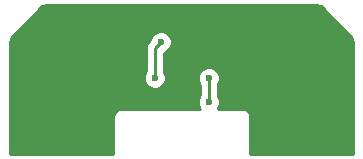
<source format=gbl>
G04 #@! TF.FileFunction,Copper,L2,Bot,Signal*
%FSLAX46Y46*%
G04 Gerber Fmt 4.6, Leading zero omitted, Abs format (unit mm)*
G04 Created by KiCad (PCBNEW 4.0.0-rc2-stable) date 12/02/15 20:29:02*
%MOMM*%
G01*
G04 APERTURE LIST*
%ADD10C,0.100000*%
%ADD11C,0.600000*%
%ADD12C,0.500000*%
%ADD13C,0.250000*%
%ADD14C,0.254000*%
G04 APERTURE END LIST*
D10*
D11*
X161544000Y-86868000D03*
X176022000Y-86868000D03*
X173736000Y-86868000D03*
X159258000Y-86868000D03*
X174672000Y-81534000D03*
X177372000Y-83820000D03*
X175006000Y-87884000D03*
X160274000Y-87884000D03*
X162814000Y-84054000D03*
X172212000Y-80010000D03*
X166624000Y-84328000D03*
X165354000Y-83058000D03*
X165862000Y-80010000D03*
X169926000Y-83058000D03*
X169926000Y-85090000D03*
D12*
X175006000Y-87884000D02*
X175006000Y-86186000D01*
X175086000Y-81534000D02*
X177372000Y-83820000D01*
X175086000Y-81534000D02*
X174672000Y-81534000D01*
X173148000Y-80010000D02*
X172212000Y-80010000D01*
X173148000Y-80010000D02*
X174672000Y-81534000D01*
X175006000Y-86186000D02*
X177372000Y-83820000D01*
X162814000Y-84054000D02*
X162814000Y-84074000D01*
X162814000Y-84074000D02*
X160274000Y-86614000D01*
X160274000Y-86614000D02*
X160274000Y-87884000D01*
X166624000Y-84328000D02*
X163088000Y-84328000D01*
X163088000Y-84328000D02*
X162814000Y-84054000D01*
X166624000Y-84328000D02*
X166878000Y-84328000D01*
X171196000Y-80010000D02*
X172212000Y-80010000D01*
X166878000Y-84328000D02*
X171196000Y-80010000D01*
D13*
X165862000Y-80010000D02*
X165354000Y-80518000D01*
X165354000Y-80518000D02*
X165354000Y-83058000D01*
X169926000Y-83058000D02*
X169926000Y-85090000D01*
D14*
G36*
X179432387Y-76995993D02*
X182084006Y-79647612D01*
X182170000Y-80079931D01*
X182170000Y-89460000D01*
X173430000Y-89460000D01*
X173430000Y-86360000D01*
X173375954Y-86088295D01*
X173222046Y-85857954D01*
X172991705Y-85704046D01*
X172720000Y-85650000D01*
X170688467Y-85650000D01*
X170718192Y-85620327D01*
X170860838Y-85276799D01*
X170861162Y-84904833D01*
X170719117Y-84561057D01*
X170686000Y-84527882D01*
X170686000Y-83620463D01*
X170718192Y-83588327D01*
X170860838Y-83244799D01*
X170861162Y-82872833D01*
X170719117Y-82529057D01*
X170456327Y-82265808D01*
X170112799Y-82123162D01*
X169740833Y-82122838D01*
X169397057Y-82264883D01*
X169133808Y-82527673D01*
X168991162Y-82871201D01*
X168990838Y-83243167D01*
X169132883Y-83586943D01*
X169166000Y-83620118D01*
X169166000Y-84527537D01*
X169133808Y-84559673D01*
X168991162Y-84903201D01*
X168990838Y-85275167D01*
X169132883Y-85618943D01*
X169163886Y-85650000D01*
X162560000Y-85650000D01*
X162288295Y-85704046D01*
X162057954Y-85857954D01*
X161904046Y-86088295D01*
X161850000Y-86360000D01*
X161850000Y-89460000D01*
X153110000Y-89460000D01*
X153110000Y-83243167D01*
X164418838Y-83243167D01*
X164560883Y-83586943D01*
X164823673Y-83850192D01*
X165167201Y-83992838D01*
X165539167Y-83993162D01*
X165882943Y-83851117D01*
X166146192Y-83588327D01*
X166288838Y-83244799D01*
X166289162Y-82872833D01*
X166147117Y-82529057D01*
X166114000Y-82495882D01*
X166114000Y-80917547D01*
X166390943Y-80803117D01*
X166654192Y-80540327D01*
X166796838Y-80196799D01*
X166797162Y-79824833D01*
X166655117Y-79481057D01*
X166392327Y-79217808D01*
X166048799Y-79075162D01*
X165676833Y-79074838D01*
X165333057Y-79216883D01*
X165069808Y-79479673D01*
X164927162Y-79823201D01*
X164927121Y-79870077D01*
X164816599Y-79980599D01*
X164651852Y-80227161D01*
X164594000Y-80518000D01*
X164594000Y-82495537D01*
X164561808Y-82527673D01*
X164419162Y-82871201D01*
X164418838Y-83243167D01*
X153110000Y-83243167D01*
X153110000Y-80079931D01*
X153195993Y-79647613D01*
X155847612Y-76995994D01*
X156279931Y-76910000D01*
X179000069Y-76910000D01*
X179432387Y-76995993D01*
X179432387Y-76995993D01*
G37*
X179432387Y-76995993D02*
X182084006Y-79647612D01*
X182170000Y-80079931D01*
X182170000Y-89460000D01*
X173430000Y-89460000D01*
X173430000Y-86360000D01*
X173375954Y-86088295D01*
X173222046Y-85857954D01*
X172991705Y-85704046D01*
X172720000Y-85650000D01*
X170688467Y-85650000D01*
X170718192Y-85620327D01*
X170860838Y-85276799D01*
X170861162Y-84904833D01*
X170719117Y-84561057D01*
X170686000Y-84527882D01*
X170686000Y-83620463D01*
X170718192Y-83588327D01*
X170860838Y-83244799D01*
X170861162Y-82872833D01*
X170719117Y-82529057D01*
X170456327Y-82265808D01*
X170112799Y-82123162D01*
X169740833Y-82122838D01*
X169397057Y-82264883D01*
X169133808Y-82527673D01*
X168991162Y-82871201D01*
X168990838Y-83243167D01*
X169132883Y-83586943D01*
X169166000Y-83620118D01*
X169166000Y-84527537D01*
X169133808Y-84559673D01*
X168991162Y-84903201D01*
X168990838Y-85275167D01*
X169132883Y-85618943D01*
X169163886Y-85650000D01*
X162560000Y-85650000D01*
X162288295Y-85704046D01*
X162057954Y-85857954D01*
X161904046Y-86088295D01*
X161850000Y-86360000D01*
X161850000Y-89460000D01*
X153110000Y-89460000D01*
X153110000Y-83243167D01*
X164418838Y-83243167D01*
X164560883Y-83586943D01*
X164823673Y-83850192D01*
X165167201Y-83992838D01*
X165539167Y-83993162D01*
X165882943Y-83851117D01*
X166146192Y-83588327D01*
X166288838Y-83244799D01*
X166289162Y-82872833D01*
X166147117Y-82529057D01*
X166114000Y-82495882D01*
X166114000Y-80917547D01*
X166390943Y-80803117D01*
X166654192Y-80540327D01*
X166796838Y-80196799D01*
X166797162Y-79824833D01*
X166655117Y-79481057D01*
X166392327Y-79217808D01*
X166048799Y-79075162D01*
X165676833Y-79074838D01*
X165333057Y-79216883D01*
X165069808Y-79479673D01*
X164927162Y-79823201D01*
X164927121Y-79870077D01*
X164816599Y-79980599D01*
X164651852Y-80227161D01*
X164594000Y-80518000D01*
X164594000Y-82495537D01*
X164561808Y-82527673D01*
X164419162Y-82871201D01*
X164418838Y-83243167D01*
X153110000Y-83243167D01*
X153110000Y-80079931D01*
X153195993Y-79647613D01*
X155847612Y-76995994D01*
X156279931Y-76910000D01*
X179000069Y-76910000D01*
X179432387Y-76995993D01*
M02*

</source>
